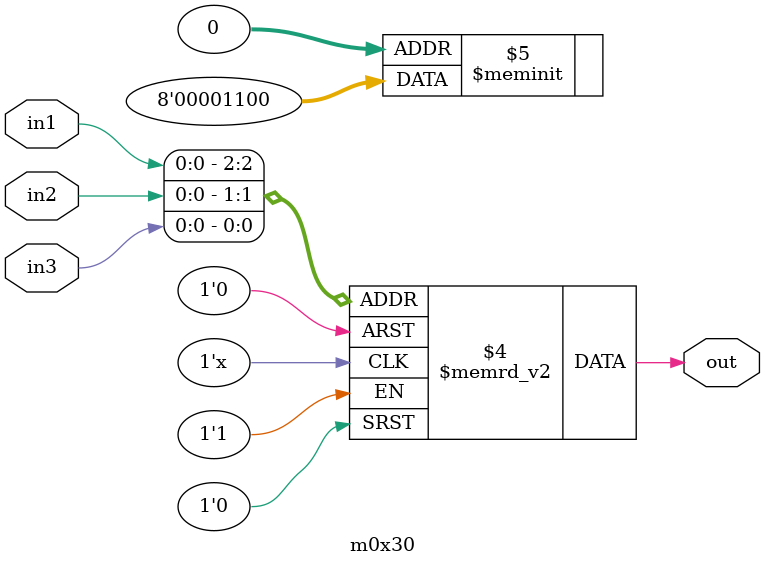
<source format=v>
module m0x30(output out, input in1, in2, in3);

   always @(in1, in2, in3)
     begin
        case({in1, in2, in3})
          3'b000: {out} = 1'b0;
          3'b001: {out} = 1'b0;
          3'b010: {out} = 1'b1;
          3'b011: {out} = 1'b1;
          3'b100: {out} = 1'b0;
          3'b101: {out} = 1'b0;
          3'b110: {out} = 1'b0;
          3'b111: {out} = 1'b0;
        endcase // case ({in1, in2, in3})
     end // always @ (in1, in2, in3)

endmodule // m0x30
</source>
